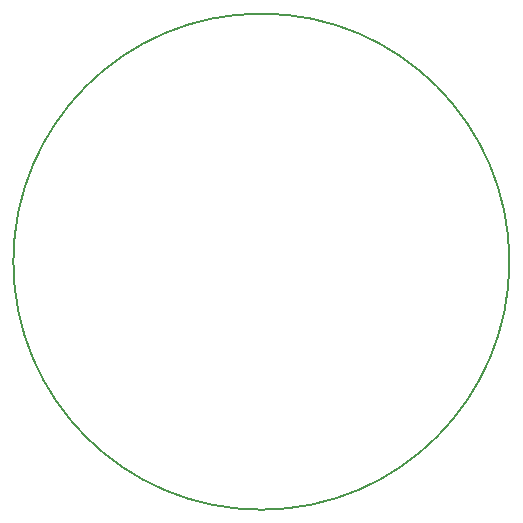
<source format=gbr>
G04 #@! TF.GenerationSoftware,KiCad,Pcbnew,(5.1.6)-1*
G04 #@! TF.CreationDate,2020-05-23T09:23:12-05:00*
G04 #@! TF.ProjectId,nrf,6e72662e-6b69-4636-9164-5f7063625858,rev?*
G04 #@! TF.SameCoordinates,Original*
G04 #@! TF.FileFunction,Profile,NP*
%FSLAX46Y46*%
G04 Gerber Fmt 4.6, Leading zero omitted, Abs format (unit mm)*
G04 Created by KiCad (PCBNEW (5.1.6)-1) date 2020-05-23 09:23:12*
%MOMM*%
%LPD*%
G01*
G04 APERTURE LIST*
G04 #@! TA.AperFunction,Profile*
%ADD10C,0.150000*%
G04 #@! TD*
G04 APERTURE END LIST*
D10*
X161000000Y-110000000D02*
G75*
G03*
X161000000Y-110000000I-21000000J0D01*
G01*
M02*

</source>
